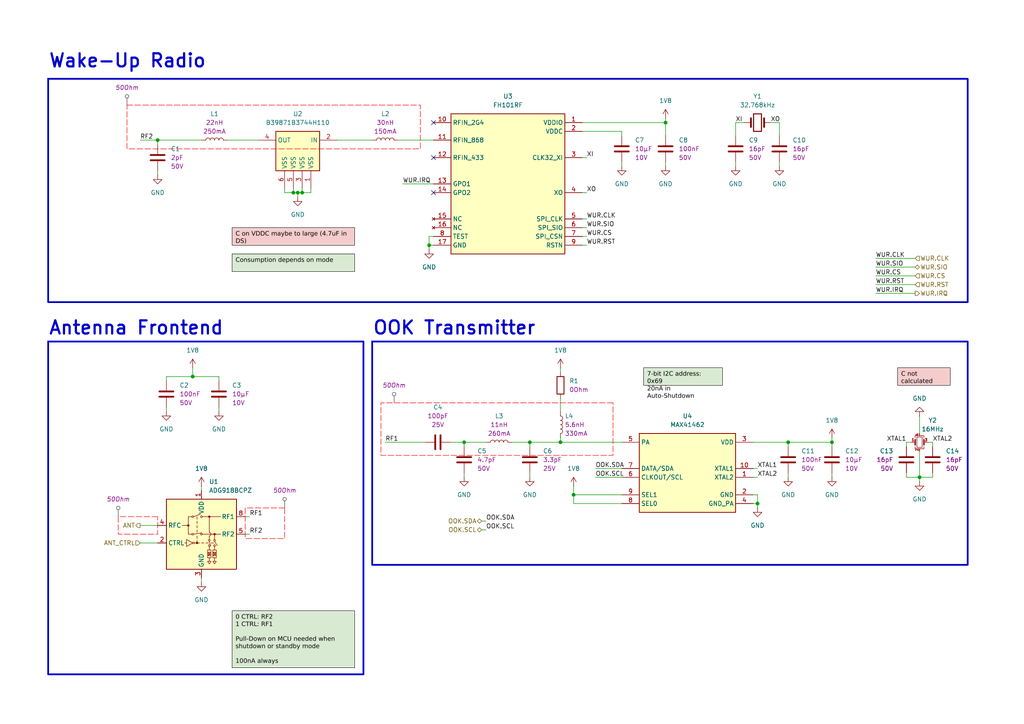
<source format=kicad_sch>
(kicad_sch (version 20250114) (generator "eeschema") (generator_version "9.0")
  (paper "A4")
  (title_block (title "WakeMod") (date "09.05.2025") (rev "v1.1") (company "D-ITET PBL") (comment 1 "Silvano Cortesi"))
  (lib_symbols
    (symbol "#sc:capacitor/GJM0335C1E3R3WB01D" (pin_numbers (hide yes)) (pin_names (offset 0.254))
      (property "Reference" "C" (at 0.635 2.54 0))
      (property "Capacitance" "3.3pF" (at 0 0 0))
      (property "Voltage" "25V" (at 0 0 0))
      (symbol "capacitor/GJM0335C1E3R3WB01D_0_1"
        (polyline (pts (xy -2.032 0.762) (xy 2.032 0.762)) (stroke (width 0.508)))
        (polyline (pts (xy -2.032 -0.762) (xy 2.032 -0.762)) (stroke (width 0.508)))
      )
      (symbol "capacitor/GJM0335C1E3R3WB01D_1_1"
        (pin passive line (at 0 3.81 270) (length 2.794) (name "~") (number "1"))
        (pin passive line (at 0 -3.81 90) (length 2.794) (name "~") (number "2"))
      )
    )
    (symbol "#sc:capacitor/GJM0335C1H2R0WB01D" (pin_numbers (hide yes)) (pin_names (offset 0.254))
      (property "Reference" "C" (at 0.635 2.54 0))
      (property "Capacitance" "2pF" (at 0 0 0))
      (property "Voltage" "50V" (at 0 0 0))
      (symbol "capacitor/GJM0335C1H2R0WB01D_0_1"
        (polyline (pts (xy -2.032 0.762) (xy 2.032 0.762)) (stroke (width 0.508)))
        (polyline (pts (xy -2.032 -0.762) (xy 2.032 -0.762)) (stroke (width 0.508)))
      )
      (symbol "capacitor/GJM0335C1H2R0WB01D_1_1"
        (pin passive line (at 0 3.81 270) (length 2.794) (name "~") (number "1"))
        (pin passive line (at 0 -3.81 90) (length 2.794) (name "~") (number "2"))
      )
    )
    (symbol "#sc:capacitor/GJM0335C1H4R7WB01D" (pin_numbers (hide yes)) (pin_names (offset 0.254))
      (property "Reference" "C" (at 0.635 2.54 0))
      (property "Capacitance" "4.7pF" (at 0 0 0))
      (property "Voltage" "50V" (at 0 0 0))
      (symbol "capacitor/GJM0335C1H4R7WB01D_0_1"
        (polyline (pts (xy -2.032 0.762) (xy 2.032 0.762)) (stroke (width 0.508)))
        (polyline (pts (xy -2.032 -0.762) (xy 2.032 -0.762)) (stroke (width 0.508)))
      )
      (symbol "capacitor/GJM0335C1H4R7WB01D_1_1"
        (pin passive line (at 0 3.81 270) (length 2.794) (name "~") (number "1"))
        (pin passive line (at 0 -3.81 90) (length 2.794) (name "~") (number "2"))
      )
    )
    (symbol "#sc:capacitor/GRM0335C1E101FA01D" (pin_numbers (hide yes)) (pin_names (offset 0.254))
      (property "Reference" "C" (at 0.635 2.54 0))
      (property "Capacitance" "100pF" (at 0 0 0))
      (property "Voltage" "25V" (at 0 0 0))
      (symbol "capacitor/GRM0335C1E101FA01D_0_1"
        (polyline (pts (xy -2.032 0.762) (xy 2.032 0.762)) (stroke (width 0.508)))
        (polyline (pts (xy -2.032 -0.762) (xy 2.032 -0.762)) (stroke (width 0.508)))
      )
      (symbol "capacitor/GRM0335C1E101FA01D_1_1"
        (pin passive line (at 0 3.81 270) (length 2.794) (name "~") (number "1"))
        (pin passive line (at 0 -3.81 90) (length 2.794) (name "~") (number "2"))
      )
    )
    (symbol "#sc:capacitor/GRM1555C1H160JA01D" (pin_numbers (hide yes)) (pin_names (offset 0.254))
      (property "Reference" "C" (at 0.635 2.54 0))
      (property "Capacitance" "16pF" (at 0 0 0))
      (property "Voltage" "50V" (at 0 0 0))
      (symbol "capacitor/GRM1555C1H160JA01D_0_1"
        (polyline (pts (xy -2.032 0.762) (xy 2.032 0.762)) (stroke (width 0.508)))
        (polyline (pts (xy -2.032 -0.762) (xy 2.032 -0.762)) (stroke (width 0.508)))
      )
      (symbol "capacitor/GRM1555C1H160JA01D_1_1"
        (pin passive line (at 0 3.81 270) (length 2.794) (name "~") (number "1"))
        (pin passive line (at 0 -3.81 90) (length 2.794) (name "~") (number "2"))
      )
    )
    (symbol "#sc:capacitor/GRM155R61A106ME11D" (pin_numbers (hide yes)) (pin_names (offset 0.254))
      (property "Reference" "C" (at 0.635 2.54 0))
      (property "Capacitance" "10μF" (at 0 0 0))
      (property "Voltage" "10V" (at 0 0 0))
      (symbol "capacitor/GRM155R61A106ME11D_0_1"
        (polyline (pts (xy -2.032 0.762) (xy 2.032 0.762)) (stroke (width 0.508)))
        (polyline (pts (xy -2.032 -0.762) (xy 2.032 -0.762)) (stroke (width 0.508)))
      )
      (symbol "capacitor/GRM155R61A106ME11D_1_1"
        (pin passive line (at 0 3.81 270) (length 2.794) (name "~") (number "1"))
        (pin passive line (at 0 -3.81 90) (length 2.794) (name "~") (number "2"))
      )
    )
    (symbol "#sc:capacitor/GRM155R71H104KE14J" (pin_numbers (hide yes)) (pin_names (offset 0.254))
      (property "Reference" "C" (at 0.635 2.54 0))
      (property "Capacitance" "100nF" (at 0 0 0))
      (property "Voltage" "50V" (at 0 0 0))
      (symbol "capacitor/GRM155R71H104KE14J_0_1"
        (polyline (pts (xy -2.032 0.762) (xy 2.032 0.762)) (stroke (width 0.508)))
        (polyline (pts (xy -2.032 -0.762) (xy 2.032 -0.762)) (stroke (width 0.508)))
      )
      (symbol "capacitor/GRM155R71H104KE14J_1_1"
        (pin passive line (at 0 3.81 270) (length 2.794) (name "~") (number "1"))
        (pin passive line (at 0 -3.81 90) (length 2.794) (name "~") (number "2"))
      )
    )
    (symbol "#sc:crystal/ECS-.327-12.5-12R" (pin_numbers (hide yes)) (pin_names (offset 1.016) (hide yes))
      (property "Reference" "Y" (at 0 3.81 0))
      (property "Value" "32.768kHz" (at 0 -3.81 0))
      (symbol "crystal/ECS-.327-12.5-12R_0_1"
        (polyline (pts (xy -2.54 0) (xy -1.905 0)))
        (polyline (pts (xy -1.905 -1.27) (xy -1.905 1.27)) (stroke (width 0.508)))
        (rectangle (start -1.143 2.54) (end 1.143 -2.54) (stroke (width 0.3048)))
        (polyline (pts (xy 1.905 -1.27) (xy 1.905 1.27)) (stroke (width 0.508)))
        (polyline (pts (xy 2.54 0) (xy 1.905 0)))
      )
      (symbol "crystal/ECS-.327-12.5-12R_1_1"
        (pin passive line (at -3.81 0 0) (length 1.27) (name "1") (number "1"))
        (pin passive line (at 3.81 0 180) (length 1.27) (name "2") (number "2"))
      )
    )
    (symbol "#sc:crystal/ECS-160-8-36-CKM" (pin_names (offset 1.016) (hide yes))
      (property "Reference" "Y" (at 1.27 4.445 0))
      (property "Value" "16MHz" (at 1.27 2.54 0))
      (symbol "crystal/ECS-160-8-36-CKM_0_1"
        (polyline (pts (xy -1.27 1.27) (xy -1.27 1.905) (xy 1.27 1.905) (xy 1.27 1.27)))
        (polyline (pts (xy -1.27 -0.762) (xy -1.27 0.762)) (stroke (width 0.381)))
        (polyline (pts (xy -1.27 -1.27) (xy -1.27 -1.905) (xy 1.27 -1.905) (xy 1.27 -1.27)))
        (rectangle (start -0.762 -1.524) (end 0.762 1.524))
        (polyline (pts (xy 1.27 -0.762) (xy 1.27 0.762)) (stroke (width 0.381)))
      )
      (symbol "crystal/ECS-160-8-36-CKM_1_1"
        (pin passive line (at -2.54 0 0) (length 1.27) (name "1") (number "1"))
        (pin passive line (at 0 2.54 270) (length 0.635) (name "4") (number "4"))
        (pin passive line (at 0 -2.54 90) (length 0.635) (name "2") (number "2"))
        (pin passive line (at 2.54 0 180) (length 1.27) (name "3") (number "3"))
      )
    )
    (symbol "#sc:ic/ADG918BCPZ"
      (property "Reference" "U" (at -10.16 11.43 0))
      (property "Value" "ADG918BCPZ" (at 1.27 11.43 0))
      (symbol "ic/ADG918BCPZ_0_0"
        (rectangle (start -10.16 10.16) (end 10.16 -10.16) (stroke (width 0.254)) (fill (type background)))
        (polyline (pts (xy -4.318 -1.524) (xy -4.318 -3.556) (xy -2.54 -2.54) (xy -4.318 -1.524)))
        (polyline (pts (xy -4.318 -2.54) (xy -4.826 -2.54)))
        (circle (center -3.81 2.54) (radius 0.254) (fill (type outline)))
        (polyline (pts (xy -3.81 2.54) (xy -5.588 2.54)))
        (polyline (pts (xy -2.794 0) (xy -3.81 0) (xy -3.81 5.08) (xy -2.794 5.08)))
        (circle (center -2.286 -2.54) (radius 0.254))
        (polyline (pts (xy -1.27 5.08) (xy -1.27 4.318)))
        (polyline (pts (xy -1.27 3.81) (xy -1.27 3.048)))
        (polyline (pts (xy -1.27 2.54) (xy -1.27 1.778)))
        (polyline (pts (xy -1.27 1.27) (xy -1.27 0.508)))
        (polyline (pts (xy -1.27 -1.27) (xy -1.27 -0.508)))
        (circle (center -1.27 -2.54) (radius 0.254) (fill (type outline)))
        (polyline (pts (xy -1.27 -2.54) (xy -1.27 -1.778)))
        (polyline (pts (xy -0.508 -2.54) (xy -2.032 -2.54)))
        (polyline (pts (xy 0 -2.54) (xy 0.762 -2.54)))
        (polyline (pts (xy 0.254 5.08) (xy 5.588 5.08)))
        (polyline (pts (xy 0.254 0) (xy 5.588 0)))
        (polyline (pts (xy 2.032 -2.54) (xy 1.27 -2.54)))
        (arc (start 2.286 0.508) (mid 2.792 0) (end 2.286 -0.508))
        (polyline (pts (xy 2.286 0.508) (xy 2.286 5.08)))
        (polyline (pts (xy 3.556 -2.54) (xy 2.794 -2.54)))
        (text "50" (at 2.286 -5.715 900) (effects (font (size 0.635 0.635))))
        (text "50" (at 3.81 -5.715 900) (effects (font (size 0.635 0.635))))
      )
      (symbol "ic/ADG918BCPZ_0_1"
        (circle (center -2.54 5.08) (radius 0.254))
        (circle (center -2.54 0) (radius 0.254))
        (polyline (pts (xy -2.286 5.08) (xy -0.254 5.842)))
        (polyline (pts (xy -2.286 0) (xy 0.127 0.381)))
        (circle (center 0 5.08) (radius 0.254))
        (circle (center 0 0) (radius 0.254))
        (rectangle (start 1.778 -4.572) (end 2.794 -6.858))
        (circle (center 2.286 5.08) (radius 0.254) (fill (type outline)))
        (polyline (pts (xy 2.286 -0.508) (xy 2.286 -1.524)))
        (circle (center 2.286 -1.778) (radius 0.254))
        (polyline (pts (xy 2.286 -2.032) (xy 2.667 -3.429)))
        (circle (center 2.286 -3.302) (radius 0.254))
        (polyline (pts (xy 2.286 -3.556) (xy 2.286 -4.572)))
        (polyline (pts (xy 2.286 -6.858) (xy 2.286 -7.874) (xy 1.778 -7.874) (xy 2.286 -8.636) (xy 2.794 -7.874) (xy 2.286 -7.874)))
        (rectangle (start 3.302 -4.572) (end 4.318 -6.858))
        (polyline (pts (xy 3.81 0) (xy 3.81 -1.524)))
        (circle (center 3.81 0) (radius 0.254) (fill (type outline)))
        (circle (center 3.81 -1.778) (radius 0.254))
        (polyline (pts (xy 3.81 -2.032) (xy 4.572 -3.302)))
        (circle (center 3.81 -3.302) (radius 0.254))
        (polyline (pts (xy 3.81 -3.556) (xy 3.81 -4.572)))
        (polyline (pts (xy 3.81 -6.858) (xy 3.81 -7.874) (xy 3.302 -7.874) (xy 3.81 -8.636) (xy 4.318 -7.874) (xy 3.81 -7.874)))
      )
      (symbol "ic/ADG918BCPZ_1_1"
        (pin passive line (at -12.7 2.54 0) (length 2.54) (name "RFC") (number "4"))
        (pin input line (at -12.7 -2.54 0) (length 2.54) (name "CTRL") (number "2"))
        (pin power_in line (at 0 12.7 270) (length 2.54) (name "VDD") (number "1"))
        (pin power_in line (at 0 -12.7 90) (length 2.54) (name "GND") (number "3"))
        (pin passive line (at 0 -12.7 90) (length 2.54) (hide yes) (name "GND") (number "6"))
        (pin passive line (at 0 -12.7 90) (length 2.54) (hide yes) (name "GND") (number "7"))
        (pin passive line (at 0 -12.7 90) (length 2.54) (hide yes) (name "GND") (number "9"))
        (pin passive line (at 12.7 5.08 180) (length 2.54) (name "RF1") (number "8"))
        (pin passive line (at 12.7 0 180) (length 2.54) (name "RF2") (number "5"))
      )
    )
    (symbol "#sc:ic/B39871B3744H110"
      (property "Reference" "U" (at -6.35 6.858 0))
      (property "Value" "B39871B3744H110" (at -6.35 8.89 0))
      (symbol "ic/B39871B3744H110_1_0"
        (rectangle (start 6.35 6.35) (end -6.35 -5.08) (stroke (width 0.254) (color 152 0 0 1)) (fill (type background)))
        (pin output line (at -11.43 3.81 0) (length 5.08) (name "OUT") (number "4"))
        (pin power_in line (at -3.81 -10.16 90) (length 5.08) (name "VSS") (number "6"))
        (pin power_in line (at -1.27 -10.16 90) (length 5.08) (name "VSS") (number "5"))
        (pin power_in line (at 1.27 -10.16 90) (length 5.08) (name "VSS") (number "3"))
        (pin power_in line (at 3.81 -10.16 90) (length 5.08) (name "VSS") (number "1"))
        (pin input line (at 11.43 3.81 180) (length 5.08) (name "IN") (number "2"))
      )
    )
    (symbol "#sc:ic/FH101RF"
      (property "Reference" "U" (at -16.51 20.828 0))
      (property "Value" "FH101RF" (at -16.51 -22.86 0))
      (symbol "ic/FH101RF_1_0"
        (rectangle (start 16.51 20.32) (end -16.51 -20.32) (stroke (width 0.254) (color 128 0 0 1)) (fill (type background)))
        (pin passive line (at -21.59 17.78 0) (length 5.08) (name "RFIN_2G4") (number "10"))
        (pin passive line (at -21.59 12.7 0) (length 5.08) (name "RFIN_868") (number "11"))
        (pin passive line (at -21.59 7.62 0) (length 5.08) (name "RFIN_433") (number "12"))
        (pin passive line (at -21.59 0 0) (length 5.08) (name "GPO1") (number "13"))
        (pin passive line (at -21.59 -2.54 0) (length 5.08) (name "GPO2") (number "14"))
        (pin no_connect line (at -21.59 -10.16 0) (length 5.08) (name "NC") (number "15"))
        (pin no_connect line (at -21.59 -12.7 0) (length 5.08) (name "NC") (number "16"))
        (pin passive line (at -21.59 -15.24 0) (length 5.08) (name "TEST") (number "8"))
        (pin passive line (at -21.59 -17.78 0) (length 5.08) (name "GND") (number "17"))
        (pin power_in line (at 21.59 17.78 180) (length 5.08) (name "VDDIO") (number "1"))
        (pin power_in line (at 21.59 15.24 180) (length 5.08) (name "VDDC") (number "2"))
        (pin passive line (at 21.59 7.62 180) (length 5.08) (name "CLK32_XI") (number "3"))
        (pin passive line (at 21.59 -2.54 180) (length 5.08) (name "XO") (number "4"))
        (pin input line (at 21.59 -10.16 180) (length 5.08) (name "SPI_CLK") (number "5"))
        (pin bidirectional line (at 21.59 -12.7 180) (length 5.08) (name "SPI_SIO") (number "6"))
        (pin input line (at 21.59 -15.24 180) (length 5.08) (name "SPI_CSN") (number "7"))
        (pin passive line (at 21.59 -17.78 180) (length 5.08) (name "RSTN") (number "9"))
      )
    )
    (symbol "#sc:ic/MAX41462"
      (property "Reference" "U" (at -13.97 11.938 0))
      (property "Value" "MAX41462" (at -13.97 -13.97 0))
      (symbol "ic/MAX41462_1_0"
        (rectangle (start 13.97 11.43) (end -13.97 -11.43) (stroke (width 0.254) (color 152 0 0 1)) (fill (type background)))
        (pin output line (at -19.05 8.89 0) (length 5.08) (name "PA") (number "5"))
        (pin input line (at -19.05 1.27 0) (length 5.08) (name "DATA/SDA") (number "7"))
        (pin output line (at -19.05 -1.27 0) (length 5.08) (name "CLKOUT/SCL") (number "6"))
        (pin input line (at -19.05 -6.35 0) (length 5.08) (name "SEL1") (number "9"))
        (pin input line (at -19.05 -8.89 0) (length 5.08) (name "SEL0") (number "8"))
        (pin power_in line (at 19.05 8.89 180) (length 5.08) (name "VDD") (number "3"))
        (pin input line (at 19.05 1.27 180) (length 5.08) (name "XTAL1") (number "10"))
        (pin input line (at 19.05 -1.27 180) (length 5.08) (name "XTAL2") (number "1"))
        (pin power_in line (at 19.05 -6.35 180) (length 5.08) (name "GND") (number "2"))
        (pin power_in line (at 19.05 -8.89 180) (length 5.08) (name "GND_PA") (number "4"))
      )
    )
    (symbol "#sc:inductor/LQP03HQ22NH02D" (pin_numbers (hide yes)) (pin_names (offset 1.016) (hide yes))
      (property "Reference" "L" (at -1.27 0 90))
      (property "Inductance" "22nH" (at 0 0 0))
      (property "Current" "250mA" (at 0 0 0))
      (symbol "inductor/LQP03HQ22NH02D_0_1"
        (arc (start 0 2.54) (mid 0.6323 1.905) (end 0 1.27))
        (arc (start 0 1.27) (mid 0.6323 0.635) (end 0 0))
        (arc (start 0 0) (mid 0.6323 -0.635) (end 0 -1.27))
        (arc (start 0 -1.27) (mid 0.6323 -1.905) (end 0 -2.54))
      )
      (symbol "inductor/LQP03HQ22NH02D_1_1"
        (pin passive line (at 0 3.81 270) (length 1.27) (name "1") (number "1"))
        (pin passive line (at 0 -3.81 90) (length 1.27) (name "2") (number "2"))
      )
    )
    (symbol "#sc:inductor/LQP03HQ30NH02D" (pin_numbers (hide yes)) (pin_names (offset 1.016) (hide yes))
      (property "Reference" "L" (at -1.27 0 90))
      (property "Inductance" "30nH" (at 0 0 0))
      (property "Current" "150mA" (at 0 0 0))
      (symbol "inductor/LQP03HQ30NH02D_0_1"
        (arc (start 0 2.54) (mid 0.6323 1.905) (end 0 1.27))
        (arc (start 0 1.27) (mid 0.6323 0.635) (end 0 0))
        (arc (start 0 0) (mid 0.6323 -0.635) (end 0 -1.27))
        (arc (start 0 -1.27) (mid 0.6323 -1.905) (end 0 -2.54))
      )
      (symbol "inductor/LQP03HQ30NH02D_1_1"
        (pin passive line (at 0 3.81 270) (length 1.27) (name "1") (number "1"))
        (pin passive line (at 0 -3.81 90) (length 1.27) (name "2") (number "2"))
      )
    )
    (symbol "#sc:inductor/LQW03AW11NJ00D" (pin_numbers (hide yes)) (pin_names (offset 1.016) (hide yes))
      (property "Reference" "L" (at -1.27 0 90))
      (property "Inductance" "11nH" (at 0 0 0))
      (property "Current" "260mA" (at 0 0 0))
      (symbol "inductor/LQW03AW11NJ00D_0_1"
        (arc (start 0 2.54) (mid 0.6323 1.905) (end 0 1.27))
        (arc (start 0 1.27) (mid 0.6323 0.635) (end 0 0))
        (arc (start 0 0) (mid 0.6323 -0.635) (end 0 -1.27))
        (arc (start 0 -1.27) (mid 0.6323 -1.905) (end 0 -2.54))
      )
      (symbol "inductor/LQW03AW11NJ00D_1_1"
        (pin passive line (at 0 3.81 270) (length 1.27) (name "1") (number "1"))
        (pin passive line (at 0 -3.81 90) (length 1.27) (name "2") (number "2"))
      )
    )
    (symbol "#sc:inductor/LQW03AW5N6J00D" (pin_numbers (hide yes)) (pin_names (offset 1.016) (hide yes))
      (property "Reference" "L" (at -1.27 0 90))
      (property "Inductance" "5.6nH" (at 0 0 0))
      (property "Current" "330mA" (at 0 0 0))
      (symbol "inductor/LQW03AW5N6J00D_0_1"
        (arc (start 0 2.54) (mid 0.6323 1.905) (end 0 1.27))
        (arc (start 0 1.27) (mid 0.6323 0.635) (end 0 0))
        (arc (start 0 0) (mid 0.6323 -0.635) (end 0 -1.27))
        (arc (start 0 -1.27) (mid 0.6323 -1.905) (end 0 -2.54))
      )
      (symbol "inductor/LQW03AW5N6J00D_1_1"
        (pin passive line (at 0 3.81 270) (length 1.27) (name "1") (number "1"))
        (pin passive line (at 0 -3.81 90) (length 1.27) (name "2") (number "2"))
      )
    )
    (symbol "#sc:resistor/ERJ-1GN0R00C" (pin_numbers (hide yes)) (pin_names (offset 0))
      (property "Reference" "R" (at 2.032 0 90))
      (property "Resistance" "0Ohm" (at 0 0 0))
      (symbol "resistor/ERJ-1GN0R00C_0_1"
        (rectangle (start -1.016 -2.54) (end 1.016 2.54) (stroke (width 0.254)))
      )
      (symbol "resistor/ERJ-1GN0R00C_1_1"
        (pin passive line (at 0 3.81 270) (length 1.27) (name "~") (number "1"))
        (pin passive line (at 0 -3.81 90) (length 1.27) (name "~") (number "2"))
      )
    )
    (symbol "power:+1V8" (power) (pin_numbers (hide yes)) (pin_names (offset 0) (hide yes))
      (property "Value" "+1V8" (at 0 3.556 0))
      (symbol "+1V8_0_1"
        (polyline (pts (xy -0.762 1.27) (xy 0 2.54)))
        (polyline (pts (xy 0 2.54) (xy 0.762 1.27)))
        (polyline (pts (xy 0 0) (xy 0 2.54)))
      )
      (symbol "+1V8_1_1"
        (pin power_in line (at 0 0 90) (length 0) (name "~") (number "1"))
      )
    )
    (symbol "power:GND" (power) (pin_numbers (hide yes)) (pin_names (offset 0) (hide yes))
      (property "Value" "GND" (at 0 -3.81 0))
      (symbol "GND_0_1"
        (polyline (pts (xy 0 0) (xy 0 -1.27) (xy 1.27 -1.27) (xy 0 -2.54) (xy -1.27 -1.27) (xy 0 -1.27)))
      )
      (symbol "GND_1_1"
        (pin power_in line (at 0 0 270) (length 0) (name "~") (number "1"))
      )
    )
  )
  (rectangle (start 107.95 99.06) (end 280.67 163.83) (stroke (width 0.508)))
  (rectangle (start 13.97 22.86) (end 280.67 87.63) (stroke (width 0.508)))
  (rectangle (start 13.97 99.06) (end 105.41 195.58) (stroke (width 0.508)))
  (text "Wake-Up Radio" (at 13.97 17.78 0) (effects (font (size 3.81 3.81) (thickness 0.635)) (justify left)))
  (text "OOK Transmitter" (at 107.95 95.25 0) (effects (font (size 3.81 3.81) (thickness 0.635)) (justify left)))
  (text "Antenna Frontend" (at 13.97 95.25 0) (effects (font (size 3.81 3.81) (thickness 0.635)) (justify left)))
  (text_box "C on VDDC maybe to large (4.7uF in DS)" (at 67.31 66.04 0) (size 35.56 5.08) (margins 1.016 1.016 1.016 1.016) (stroke (width 0.127) (color 0 0 0 1)) (fill (type color) (color 244 204 204 1)) (effects (font (size 1.27 1.27)) (justify left top)))
  (text_box "Consumption depends on mode" (at 67.31 73.66 0) (size 35.56 5.08) (margins 1.016 1.016 1.016 1.016) (stroke (width 0.127) (color 0 0 0 1)) (fill (type color) (color 217 234 211 1)) (effects (font (size 1.27 1.27)) (justify left top)))
  (text_box "7-bit I2C address: 0x69\n20nA in Auto-Shutdown" (at 186.69 106.68 0) (size 22.86 5.08) (margins 1.016 1.016 1.016 1.016) (stroke (width 0.127) (color 0 0 0 1)) (fill (type color) (color 217 234 211 1)) (effects (font (size 1.27 1.27)) (justify left top)))
  (text_box "0 CTRL: RF2\n1 CTRL: RF1\n\nPull-Down on MCU needed when shutdown or standby mode\n\n100nA always" (at 67.31 177.165 0) (size 35.56 16.51) (margins 1.016 1.016 1.016 1.016) (stroke (width 0.127) (color 0 0 0 1)) (fill (type color) (color 217 234 211 1)) (effects (font (size 1.27 1.27)) (justify left top)))
  (text_box "C not calculated" (at 260.35 106.68 0) (size 15.24 5.08) (margins 1.016 1.016 1.016 1.016) (stroke (width 0.127) (color 0 0 0 1)) (fill (type color) (color 244 204 204 1)) (effects (font (size 1.27 1.27)) (justify left top)))
  (junction (at 124.46 71.12))
  (junction (at 85.09 55.88))
  (junction (at 86.36 55.88))
  (junction (at 266.7 138.43))
  (junction (at 193.04 35.56))
  (junction (at 166.37 143.51))
  (junction (at 45.72 40.64))
  (junction (at 134.62 128.27))
  (junction (at 241.3 128.27))
  (junction (at 87.63 55.88))
  (junction (at 162.56 128.27))
  (junction (at 219.71 146.05))
  (junction (at 153.67 128.27))
  (junction (at 228.6 128.27))
  (junction (at 55.88 109.22))
  (no_connect (at 125.73 35.56))
  (no_connect (at 125.73 45.72))
  (no_connect (at 125.73 55.88))
  (wire (pts (xy 254 77.47) (xy 265.43 77.47)))
  (wire (pts (xy 63.5 110.49) (xy 63.5 109.22)))
  (wire (pts (xy 218.44 146.05) (xy 219.71 146.05)))
  (wire (pts (xy 90.17 55.88) (xy 87.63 55.88)))
  (wire (pts (xy 153.67 128.27) (xy 162.56 128.27)))
  (wire (pts (xy 241.3 127) (xy 241.3 128.27)))
  (wire (pts (xy 85.09 54.61) (xy 85.09 55.88)))
  (wire (pts (xy 86.36 57.15) (xy 86.36 55.88)))
  (wire (pts (xy 40.64 40.64) (xy 45.72 40.64)))
  (wire (pts (xy 172.72 135.89) (xy 180.34 135.89)))
  (wire (pts (xy 168.91 38.1) (xy 180.34 38.1)))
  (wire (pts (xy 82.55 54.61) (xy 82.55 55.88)))
  (wire (pts (xy 86.36 55.88) (xy 85.09 55.88)))
  (wire (pts (xy 45.72 49.53) (xy 45.72 50.8)))
  (wire (pts (xy 125.73 68.58) (xy 124.46 68.58)))
  (wire (pts (xy 262.89 129.54) (xy 262.89 128.27)))
  (wire (pts (xy 270.51 128.27) (xy 270.51 129.54)))
  (wire (pts (xy 228.6 137.16) (xy 228.6 138.43)))
  (wire (pts (xy 45.72 40.64) (xy 45.72 41.91)))
  (wire (pts (xy 180.34 39.37) (xy 180.34 38.1)))
  (wire (pts (xy 218.44 143.51) (xy 219.71 143.51)))
  (wire (pts (xy 48.26 118.11) (xy 48.26 119.38)))
  (wire (pts (xy 125.73 71.12) (xy 124.46 71.12)))
  (wire (pts (xy 115.57 40.64) (xy 125.73 40.64)))
  (wire (pts (xy 219.71 135.89) (xy 218.44 135.89)))
  (wire (pts (xy 213.36 35.56) (xy 215.9 35.56)))
  (wire (pts (xy 90.17 54.61) (xy 90.17 55.88)))
  (wire (pts (xy 254 85.09) (xy 265.43 85.09)))
  (wire (pts (xy 72.39 154.94) (xy 71.12 154.94)))
  (wire (pts (xy 170.18 63.5) (xy 168.91 63.5)))
  (wire (pts (xy 124.46 68.58) (xy 124.46 71.12)))
  (wire (pts (xy 219.71 138.43) (xy 218.44 138.43)))
  (wire (pts (xy 97.79 40.64) (xy 107.95 40.64)))
  (wire (pts (xy 254 82.55) (xy 265.43 82.55)))
  (wire (pts (xy 130.81 128.27) (xy 134.62 128.27)))
  (wire (pts (xy 40.64 157.48) (xy 45.72 157.48)))
  (wire (pts (xy 266.7 138.43) (xy 266.7 139.7)))
  (wire (pts (xy 58.42 40.64) (xy 45.72 40.64)))
  (wire (pts (xy 55.88 109.22) (xy 63.5 109.22)))
  (wire (pts (xy 270.51 138.43) (xy 266.7 138.43)))
  (wire (pts (xy 218.44 128.27) (xy 228.6 128.27)))
  (wire (pts (xy 219.71 147.32) (xy 219.71 146.05)))
  (wire (pts (xy 166.37 146.05) (xy 180.34 146.05)))
  (wire (pts (xy 266.7 120.65) (xy 266.7 125.73)))
  (wire (pts (xy 241.3 137.16) (xy 241.3 138.43)))
  (wire (pts (xy 226.06 46.99) (xy 226.06 48.26)))
  (wire (pts (xy 85.09 55.88) (xy 82.55 55.88)))
  (wire (pts (xy 213.36 35.56) (xy 213.36 39.37)))
  (wire (pts (xy 148.59 128.27) (xy 153.67 128.27)))
  (wire (pts (xy 72.39 149.86) (xy 71.12 149.86)))
  (wire (pts (xy 193.04 46.99) (xy 193.04 48.26)))
  (wire (pts (xy 58.42 167.64) (xy 58.42 168.91)))
  (wire (pts (xy 223.52 35.56) (xy 226.06 35.56)))
  (wire (pts (xy 153.67 128.27) (xy 153.67 129.54)))
  (wire (pts (xy 134.62 137.16) (xy 134.62 138.43)))
  (wire (pts (xy 172.72 138.43) (xy 180.34 138.43)))
  (wire (pts (xy 111.76 128.27) (xy 123.19 128.27)))
  (wire (pts (xy 48.26 109.22) (xy 55.88 109.22)))
  (wire (pts (xy 87.63 54.61) (xy 87.63 55.88)))
  (wire (pts (xy 140.97 153.67) (xy 139.7 153.67)))
  (wire (pts (xy 153.67 137.16) (xy 153.67 138.43)))
  (wire (pts (xy 170.18 68.58) (xy 168.91 68.58)))
  (wire (pts (xy 162.56 115.57) (xy 162.56 119.38)))
  (wire (pts (xy 180.34 46.99) (xy 180.34 48.26)))
  (wire (pts (xy 262.89 128.27) (xy 264.16 128.27)))
  (wire (pts (xy 134.62 128.27) (xy 134.62 129.54)))
  (wire (pts (xy 170.18 55.88) (xy 168.91 55.88)))
  (wire (pts (xy 166.37 143.51) (xy 180.34 143.51)))
  (wire (pts (xy 262.89 137.16) (xy 262.89 138.43)))
  (wire (pts (xy 162.56 106.68) (xy 162.56 107.95)))
  (wire (pts (xy 63.5 118.11) (xy 63.5 119.38)))
  (wire (pts (xy 166.37 143.51) (xy 166.37 140.97)))
  (wire (pts (xy 124.46 71.12) (xy 124.46 72.39)))
  (wire (pts (xy 168.91 35.56) (xy 193.04 35.56)))
  (wire (pts (xy 162.56 128.27) (xy 180.34 128.27)))
  (wire (pts (xy 262.89 138.43) (xy 266.7 138.43)))
  (wire (pts (xy 170.18 66.04) (xy 168.91 66.04)))
  (wire (pts (xy 213.36 46.99) (xy 213.36 48.26)))
  (wire (pts (xy 254 80.01) (xy 265.43 80.01)))
  (wire (pts (xy 40.64 152.4) (xy 45.72 152.4)))
  (wire (pts (xy 134.62 128.27) (xy 140.97 128.27)))
  (wire (pts (xy 193.04 35.56) (xy 193.04 39.37)))
  (wire (pts (xy 241.3 129.54) (xy 241.3 128.27)))
  (wire (pts (xy 170.18 45.72) (xy 168.91 45.72)))
  (wire (pts (xy 58.42 140.97) (xy 58.42 142.24)))
  (wire (pts (xy 170.18 71.12) (xy 168.91 71.12)))
  (wire (pts (xy 166.37 143.51) (xy 166.37 146.05)))
  (wire (pts (xy 140.97 151.13) (xy 139.7 151.13)))
  (wire (pts (xy 48.26 109.22) (xy 48.26 110.49)))
  (wire (pts (xy 241.3 128.27) (xy 228.6 128.27)))
  (wire (pts (xy 116.84 53.34) (xy 125.73 53.34)))
  (wire (pts (xy 269.24 128.27) (xy 270.51 128.27)))
  (wire (pts (xy 87.63 55.88) (xy 86.36 55.88)))
  (wire (pts (xy 193.04 34.29) (xy 193.04 35.56)))
  (wire (pts (xy 228.6 128.27) (xy 228.6 129.54)))
  (wire (pts (xy 219.71 143.51) (xy 219.71 146.05)))
  (wire (pts (xy 162.56 127) (xy 162.56 128.27)))
  (wire (pts (xy 270.51 137.16) (xy 270.51 138.43)))
  (wire (pts (xy 266.7 130.81) (xy 266.7 138.43)))
  (wire (pts (xy 66.04 40.64) (xy 74.93 40.64)))
  (wire (pts (xy 226.06 35.56) (xy 226.06 39.37)))
  (wire (pts (xy 55.88 106.68) (xy 55.88 109.22)))
  (wire (pts (xy 254 74.93) (xy 265.43 74.93)))
  (label "WUR.RST" (at 170.18 71.12 0))
  (label "WUR.SIO" (at 254 77.47 0))
  (label "OOK.SCL" (at 140.97 153.67 0))
  (label "RF2" (at 72.39 154.94 0))
  (label "OOK.SDA" (at 172.72 135.89 0))
  (label "WUR.CLK" (at 254 74.93 0))
  (label "RF1" (at 111.76 128.27 0))
  (label "XTAL1" (at 262.89 128.27 180))
  (label "RF1" (at 72.39 149.86 0))
  (label "WUR.CS" (at 254 80.01 0))
  (label "WUR.IRQ" (at 116.84 53.34 0))
  (label "XTAL1" (at 219.71 135.89 0))
  (label "WUR.CS" (at 170.18 68.58 0))
  (label "XO" (at 223.52 35.56 0))
  (label "OOK.SCL" (at 172.72 138.43 0))
  (label "XO" (at 170.18 55.88 0))
  (label "XI" (at 213.36 35.56 0))
  (label "RF2" (at 40.64 40.64 0))
  (label "WUR.IRQ" (at 254 85.09 0))
  (label "OOK.SDA" (at 140.97 151.13 0))
  (label "WUR.CLK" (at 170.18 63.5 0))
  (label "XI" (at 170.18 45.72 0))
  (label "WUR.SIO" (at 170.18 66.04 0))
  (label "XTAL2" (at 219.71 138.43 0))
  (label "XTAL2" (at 270.51 128.27 0))
  (label "WUR.RST" (at 254 82.55 0))
  (hierarchical_label "WUR.SIO" (shape bidirectional) (at 265.43 77.47 0))
  (hierarchical_label "WUR.IRQ" (shape output) (at 265.43 85.09 0))
  (hierarchical_label "WUR.CLK" (shape input) (at 265.43 74.93 0))
  (hierarchical_label "ANT_CTRL" (shape input) (at 40.64 157.48 180))
  (hierarchical_label "OOK.SDA" (shape bidirectional) (at 139.7 151.13 180))
  (hierarchical_label "ANT" (shape output) (at 40.64 152.4 180))
  (hierarchical_label "WUR.RST" (shape input) (at 265.43 82.55 0))
  (hierarchical_label "OOK.SCL" (shape bidirectional) (at 139.7 153.67 180))
  (hierarchical_label "WUR.CS" (shape input) (at 265.43 80.01 0))
  (rule_area (polyline (pts (xy 177.8 116.84) (xy 110.49 116.84) (xy 110.49 132.08) (xy 177.8 132.08)) (stroke (width 0) (type dash))))
  (rule_area (polyline (pts (xy 82.55 147.32) (xy 71.12 147.32) (xy 71.12 156.21) (xy 82.55 156.21)) (stroke (width 0) (type dash))))
  (rule_area (polyline (pts (xy 45.72 149.86) (xy 34.29 149.86) (xy 34.29 154.94) (xy 45.72 154.94)) (stroke (width 0) (type dash))))
  (rule_area (polyline (pts (xy 36.83 30.48) (xy 121.92 30.48) (xy 121.92 43.18) (xy 36.83 43.18)) (stroke (width 0) (type dash))))
  (netclass_flag "" (length 2.54) (shape round) (at 114.3 116.84 0) (property "Netclass" "50Ohm" (at 114.3 111.76 0) (effects (font (italic yes)))))
  (netclass_flag "" (length 2.54) (shape round) (at 36.83 30.48 0) (property "Netclass" "50Ohm" (at 36.83 25.4 0) (effects (font (italic yes)))))
  (netclass_flag "" (length 2.54) (shape round) (at 82.55 147.32 0) (property "Netclass" "50Ohm" (at 82.55 142.24 0) (effects (font (italic yes)))))
  (netclass_flag "" (length 2.54) (shape round) (at 34.29 149.86 0) (property "Netclass" "50Ohm" (at 34.29 144.78 0) (effects (font (italic yes)))))
  (symbol (lib_id "power:GND") (at 86.36 57.15 0) (unit 1)
    (property "Reference" "#PWR07" (effects (hide yes)))
    (property "Value" "GND" (at 86.36 62.23 0))
    (property "Description" "Power symbol creates a global label with name \"GND\" , ground" (effects (hide yes)))
  )
  (symbol (lib_id "#sc:capacitor/GRM1555C1H160JA01D") (at 226.06 43.18 0) (unit 1)
    (property "Reference" "C10" (at 229.87 40.6399 0) (effects (justify left)))
    (property "Value" "16pF" (effects (hide yes)))
    (property "Footprint" "Capacitor_SMD:C_0402_1005Metric" (effects (hide yes)))
    (property "Datasheet" "https://search.murata.co.jp/Ceramy/image/img/A01X/G101/ENG/GRM1555C1H160JA01-01A.pdf" (effects (hide yes)))
    (property "Description" "16pF, 5%, 50V, C0G/NP0, 0402" (effects (hide yes)))
    (property "Manufacturer" "Murata" (effects (hide yes)))
    (property "MPN" "GRM1555C1H160JA01D" (effects (hide yes)))
    (property "Capacitance" "16pF" (at 229.87 43.1799 0) (effects (justify left)))
    (property "Voltage" "50V" (at 229.87 45.7199 0) (effects (justify left)))
    (property "Material" "C0G/NP0" (effects (hide yes)))
    (property "Tolerance" "5%" (effects (hide yes)))
  )
  (symbol (lib_id "#sc:capacitor/GRM155R61A106ME11D") (at 241.3 133.35 0) (unit 1)
    (property "Reference" "C12" (at 245.11 130.8099 0) (effects (justify left)))
    (property "Value" "10μF" (effects (hide yes)))
    (property "Footprint" "Capacitor_SMD:C_0402_1005Metric" (effects (hide yes)))
    (property "Datasheet" "https://search.murata.co.jp/Ceramy/image/img/A01X/G101/ENG/GRM155R61A106ME11-01A.pdf" (effects (hide yes)))
    (property "Description" "10uF, 20%, 10V, X5R, 0402" (effects (hide yes)))
    (property "Manufacturer" "Murata" (effects (hide yes)))
    (property "MPN" "GRM155R61A106ME11D" (effects (hide yes)))
    (property "Capacitance" "10μF" (at 245.11 133.3499 0) (effects (justify left)))
    (property "Voltage" "10V" (at 245.11 135.8899 0) (effects (justify left)))
    (property "Material" "X5R" (effects (hide yes)))
    (property "Tolerance" "20%" (effects (hide yes)))
  )
  (symbol (lib_id "#sc:inductor/LQW03AW5N6J00D") (at 162.56 123.19 0) (unit 1)
    (property "Reference" "L4" (at 163.83 120.6499 0) (effects (justify left)))
    (property "Value" "5.6nH" (effects (hide yes)))
    (property "Footprint" "Inductor_SMD:L_0201_0603Metric" (effects (hide yes)))
    (property "Datasheet" "https://search.murata.co.jp/Ceramy/image/img/P02/JELF243A-0109.pdf" (effects (hide yes)))
    (property "Description" "5.6nH, 5%, 330mA, 0201" (effects (hide yes)))
    (property "Manufacturer" "Murata" (effects (hide yes)))
    (property "MPN" "LQW03AW5N6J00D" (effects (hide yes)))
    (property "Inductance" "5.6nH" (at 163.83 123.1899 0) (effects (justify left)))
    (property "Tolerance" "5%" (effects (hide yes)))
    (property "Current" "330mA" (at 163.83 125.7299 0) (effects (justify left)))
  )
  (symbol (lib_id "#sc:inductor/LQP03HQ22NH02D") (at 62.23 40.64 90) (unit 1)
    (property "Reference" "L1" (at 62.23 33.02 90))
    (property "Value" "22nH" (effects (hide yes)))
    (property "Footprint" "Inductor_SMD:L_0201_0603Metric" (effects (hide yes)))
    (property "Datasheet" "https://search.murata.co.jp/Ceramy/image/img/P02/JELF243C-0021.pdf" (effects (hide yes)))
    (property "Description" "22nH, 3%, 250mA, 0201" (effects (hide yes)))
    (property "Manufacturer" "Murata" (effects (hide yes)))
    (property "MPN" "LQP03HQ22NH02D" (effects (hide yes)))
    (property "Inductance" "22nH" (at 62.23 35.56 90))
    (property "Tolerance" "3%" (effects (hide yes)))
    (property "Current" "250mA" (at 62.23 38.1 90))
  )
  (symbol (lib_id "power:GND") (at 193.04 48.26 0) (unit 1)
    (property "Reference" "#PWR016" (effects (hide yes)))
    (property "Value" "GND" (at 193.04 53.34 0))
    (property "Description" "Power symbol creates a global label with name \"GND\" , ground" (effects (hide yes)))
  )
  (symbol (lib_id "#sc:ic/B39871B3744H110") (at 86.36 44.45 0) (unit 1)
    (property "Reference" "U2" (at 86.36 33.02 0))
    (property "Value" "B39871B3744H110" (at 86.36 35.56 0))
    (property "Footprint" "sc-ic:QUALCOMM_B3744" (effects (hide yes)))
    (property "Datasheet" "https://mm.digikey.com/Volume0/opasdata/d220001/medias/docus/501/B39871B3744H110.pdf" (effects (hide yes)))
    (property "Description" "SAW Filter 868.30MHz" (effects (hide yes)))
    (property "Manufacturer" "Qualcomm" (effects (hide yes)))
    (property "MPN" "B39871B3744H110" (effects (hide yes)))
  )
  (symbol (lib_id "power:GND") (at 266.7 120.65 180) (unit 1)
    (property "Reference" "#PWR023" (effects (hide yes)))
    (property "Value" "GND" (at 266.7 115.57 0))
    (property "Description" "Power symbol creates a global label with name \"GND\" , ground" (effects (hide yes)))
  )
  (symbol (lib_id "power:GND") (at 180.34 48.26 0) (unit 1)
    (property "Reference" "#PWR014" (effects (hide yes)))
    (property "Value" "GND" (at 180.34 53.34 0))
    (property "Description" "Power symbol creates a global label with name \"GND\" , ground" (effects (hide yes)))
  )
  (symbol (lib_id "#sc:inductor/LQW03AW11NJ00D") (at 144.78 128.27 90) (unit 1)
    (property "Reference" "L3" (at 144.78 120.65 90))
    (property "Value" "11nH" (effects (hide yes)))
    (property "Footprint" "Inductor_SMD:L_0201_0603Metric" (effects (hide yes)))
    (property "Datasheet" "https://search.murata.co.jp/Ceramy/image/img/P02/JELF243A-0109.pdf" (effects (hide yes)))
    (property "Description" "11nH, 5%, 260mA, 0201" (effects (hide yes)))
    (property "Manufacturer" "Murata" (effects (hide yes)))
    (property "MPN" "LQW03AW11NJ00D" (effects (hide yes)))
    (property "Inductance" "11nH" (at 144.78 123.19 90))
    (property "Tolerance" "5%" (effects (hide yes)))
    (property "Current" "260mA" (at 144.78 125.73 90))
  )
  (symbol (lib_id "power:+1V8") (at 162.56 106.68 0) (unit 1)
    (property "Reference" "#PWR011" (effects (hide yes)))
    (property "Value" "1V8" (at 162.56 101.6 0))
    (property "Description" "Power symbol creates a global label with name \"+1V8\"" (effects (hide yes)))
  )
  (symbol (lib_id "power:GND") (at 45.72 50.8 0) (unit 1)
    (property "Reference" "#PWR01" (effects (hide yes)))
    (property "Value" "GND" (at 45.72 55.88 0))
    (property "Description" "Power symbol creates a global label with name \"GND\" , ground" (effects (hide yes)))
  )
  (symbol (lib_id "#sc:ic/ADG918BCPZ") (at 58.42 154.94 0) (unit 1)
    (property "Reference" "U1" (at 60.6141 139.7 0) (effects (justify left)))
    (property "Value" "ADG918BCPZ" (at 60.6141 142.24 0) (effects (justify left)))
    (property "Footprint" "Package_CSP:LFCSP-8-1EP_3x3mm_P0.5mm_EP1.45x1.74mm" (effects (hide yes)))
    (property "Datasheet" "https://www.analog.com/media/en/technical-documentation/data-sheets/ADG918_919.pdf" (effects (hide yes)))
    (property "Description" "Wideband, 43 dB Isolation at 1 GHz, CMOS 1.65 V to 2.75 V, 2:1 Mux/SPDT Switch" (effects (hide yes)))
    (property "Manufacturer" "Analog Devices" (effects (hide yes)))
    (property "MPN" "ADG918BCPZ" (effects (hide yes)))
  )
  (symbol (lib_id "power:GND") (at 241.3 138.43 0) (unit 1)
    (property "Reference" "#PWR022" (effects (hide yes)))
    (property "Value" "GND" (at 241.3 143.51 0))
    (property "Description" "Power symbol creates a global label with name \"GND\" , ground" (effects (hide yes)))
  )
  (symbol (lib_id "power:GND") (at 219.71 147.32 0) (unit 1)
    (property "Reference" "#PWR018" (effects (hide yes)))
    (property "Value" "GND" (at 219.71 152.4 0))
    (property "Description" "Power symbol creates a global label with name \"GND\" , ground" (effects (hide yes)))
  )
  (symbol (lib_id "#sc:ic/MAX41462") (at 199.39 137.16 0) (unit 1)
    (property "Reference" "U4" (at 199.39 120.65 0))
    (property "Value" "MAX41462" (at 199.39 123.19 0))
    (property "Footprint" "sc-ic:MAXIM_MINI-SO-10" (effects (hide yes)))
    (property "Datasheet" "https://www.analog.com/media/en/technical-documentation/data-sheets/MAX41461-MAX41462.pdf" (effects (hide yes)))
    (property "Description" "300MHz–960MHz ASK, OOK and FSK Transmitter" (effects (hide yes)))
    (property "Manufacturer" "Analog Devices" (effects (hide yes)))
    (property "MPN" "MAX41462" (effects (hide yes)))
  )
  (symbol (lib_id "#sc:capacitor/GRM1555C1H160JA01D") (at 270.51 133.35 0) (unit 1)
    (property "Reference" "C14" (at 274.32 130.8099 0) (effects (justify left)))
    (property "Value" "16pF" (effects (hide yes)))
    (property "Footprint" "Capacitor_SMD:C_0402_1005Metric" (effects (hide yes)))
    (property "Datasheet" "https://search.murata.co.jp/Ceramy/image/img/A01X/G101/ENG/GRM1555C1H160JA01-01A.pdf" (effects (hide yes)))
    (property "Description" "16pF, 5%, 50V, C0G/NP0, 0402" (effects (hide yes)))
    (property "Manufacturer" "Murata" (effects (hide yes)))
    (property "MPN" "GRM1555C1H160JA01D" (effects (hide yes)))
    (property "Capacitance" "16pF" (at 274.32 133.3499 0) (effects (justify left)))
    (property "Voltage" "50V" (at 274.32 135.8899 0) (effects (justify left)))
    (property "Material" "C0G/NP0" (effects (hide yes)))
    (property "Tolerance" "5%" (effects (hide yes)))
  )
  (symbol (lib_id "#sc:capacitor/GRM0335C1E101FA01D") (at 127 128.27 90) (unit 1)
    (property "Reference" "C4" (at 127 118.11 90))
    (property "Value" "100pF" (effects (hide yes)))
    (property "Footprint" "Capacitor_SMD:C_0201_0603Metric" (effects (hide yes)))
    (property "Datasheet" "https://search.murata.co.jp/Ceramy/image/img/A01X/G101/ENG/GRM0335C1E101FA01-01A.pdf" (effects (hide yes)))
    (property "Description" "100pF, 1%, 25V, C0G/NP0, 0201" (effects (hide yes)))
    (property "Manufacturer" "Murata" (effects (hide yes)))
    (property "MPN" "GRM0335C1E101FA01D" (effects (hide yes)))
    (property "Capacitance" "100pF" (at 127 120.65 90))
    (property "Voltage" "25V" (at 127 123.19 90))
    (property "Material" "C0G/NP0" (effects (hide yes)))
    (property "Tolerance" "1%" (effects (hide yes)))
  )
  (symbol (lib_id "#sc:capacitor/GJM0335C1H4R7WB01D") (at 134.62 133.35 0) (unit 1)
    (property "Reference" "C5" (at 138.43 130.8099 0) (effects (justify left)))
    (property "Value" "4.7pF" (effects (hide yes)))
    (property "Footprint" "Capacitor_SMD:C_0201_0603Metric" (effects (hide yes)))
    (property "Datasheet" "https://search.murata.co.jp/Ceramy/image/img/A01X/G101/ENG/GJM0335C1H4R7WB01-01A.pdf" (effects (hide yes)))
    (property "Description" "4.7pF, 0.05pF, 50V, C0G/NP0, 0201" (effects (hide yes)))
    (property "Manufacturer" "Murata" (effects (hide yes)))
    (property "MPN" "GJM0335C1H4R7WB01D" (effects (hide yes)))
    (property "Capacitance" "4.7pF" (at 138.43 133.3499 0) (effects (justify left)))
    (property "Voltage" "50V" (at 138.43 135.8899 0) (effects (justify left)))
    (property "Material" "C0G/NP0" (effects (hide yes)))
    (property "Tolerance" "0.05pF" (effects (hide yes)))
  )
  (symbol (lib_id "power:GND") (at 48.26 119.38 0) (unit 1)
    (property "Reference" "#PWR02" (effects (hide yes)))
    (property "Value" "GND" (at 48.26 124.46 0))
    (property "Description" "Power symbol creates a global label with name \"GND\" , ground" (effects (hide yes)))
  )
  (symbol (lib_id "power:+1V8") (at 55.88 106.68 0) (unit 1)
    (property "Reference" "#PWR03" (effects (hide yes)))
    (property "Value" "1V8" (at 55.88 101.6 0))
    (property "Description" "Power symbol creates a global label with name \"+1V8\"" (effects (hide yes)))
  )
  (symbol (lib_id "#sc:crystal/ECS-160-8-36-CKM") (at 266.7 128.27 0) (unit 1)
    (property "Reference" "Y2" (at 270.51 121.92 0))
    (property "Value" "16MHz" (at 270.51 124.46 0))
    (property "Footprint" "Oscillator:Oscillator_SMD_SeikoEpson_SG210-4Pin_2.5x2.0mm" (effects (hide yes)))
    (property "Datasheet" "https://ecsxtal.com/store/pdf/ECX-2236.pdf" (effects (hide yes)))
    (property "Description" "16MHz, 8pF, 10ppm" (effects (hide yes)))
    (property "Manufacturer" "ECS" (effects (hide yes)))
    (property "MPN" "ECS-160-8-36-CKM" (effects (hide yes)))
    (property "Frequency" "16MHz" (effects (hide yes)))
    (property "Stability" "10ppm" (effects (hide yes)))
    (property "Load" "8pF" (effects (hide yes)))
  )
  (symbol (lib_id "power:GND") (at 124.46 72.39 0) (unit 1)
    (property "Reference" "#PWR08" (effects (hide yes)))
    (property "Value" "GND" (at 124.46 77.47 0))
    (property "Description" "Power symbol creates a global label with name \"GND\" , ground" (effects (hide yes)))
  )
  (symbol (lib_id "#sc:capacitor/GJM0335C1E3R3WB01D") (at 153.67 133.35 0) (unit 1)
    (property "Reference" "C6" (at 157.48 130.8099 0) (effects (justify left)))
    (property "Value" "3.3pF" (effects (hide yes)))
    (property "Footprint" "Capacitor_SMD:C_0201_0603Metric" (effects (hide yes)))
    (property "Datasheet" "https://search.murata.co.jp/Ceramy/image/img/A01X/G101/ENG/GJM0335C1E3R3WB01-01A.pdf" (effects (hide yes)))
    (property "Description" "3.3pF, 0.05pF, 25V, C0G/NP0, 0201" (effects (hide yes)))
    (property "Manufacturer" "Murata" (effects (hide yes)))
    (property "MPN" "GJM0335C1E3R3WB01D" (effects (hide yes)))
    (property "Capacitance" "3.3pF" (at 157.48 133.3499 0) (effects (justify left)))
    (property "Voltage" "25V" (at 157.48 135.8899 0) (effects (justify left)))
    (property "Material" "C0G/NP0" (effects (hide yes)))
    (property "Tolerance" "0.05pF" (effects (hide yes)))
  )
  (symbol (lib_id "power:GND") (at 63.5 119.38 0) (unit 1)
    (property "Reference" "#PWR06" (effects (hide yes)))
    (property "Value" "GND" (at 63.5 124.46 0))
    (property "Description" "Power symbol creates a global label with name \"GND\" , ground" (effects (hide yes)))
  )
  (symbol (lib_id "#sc:capacitor/GRM155R71H104KE14J") (at 193.04 43.18 0) (unit 1)
    (property "Reference" "C8" (at 196.85 40.6399 0) (effects (justify left)))
    (property "Value" "100nF" (effects (hide yes)))
    (property "Footprint" "Capacitor_SMD:C_0402_1005Metric" (effects (hide yes)))
    (property "Datasheet" "https://search.murata.co.jp/Ceramy/image/img/A01X/G101/ENG/GRM155R71H104KE14-01A.pdf" (effects (hide yes)))
    (property "Description" "100nF, 10%, 50V, X7R, 0402" (effects (hide yes)))
    (property "Manufacturer" "Murata" (effects (hide yes)))
    (property "MPN" "GRM155R71H104KE14J" (effects (hide yes)))
    (property "Capacitance" "100nF" (at 196.85 43.1799 0) (effects (justify left)))
    (property "Voltage" "50V" (at 196.85 45.7199 0) (effects (justify left)))
    (property "Material" "X7R" (effects (hide yes)))
    (property "Tolerance" "10%" (effects (hide yes)))
  )
  (symbol (lib_id "power:+1V8") (at 241.3 127 0) (unit 1)
    (property "Reference" "#PWR021" (effects (hide yes)))
    (property "Value" "1V8" (at 241.3 121.92 0))
    (property "Description" "Power symbol creates a global label with name \"+1V8\"" (effects (hide yes)))
  )
  (symbol (lib_id "power:+1V8") (at 193.04 34.29 0) (unit 1)
    (property "Reference" "#PWR015" (effects (hide yes)))
    (property "Value" "1V8" (at 193.04 29.21 0))
    (property "Description" "Power symbol creates a global label with name \"+1V8\"" (effects (hide yes)))
  )
  (symbol (lib_id "#sc:capacitor/GRM155R71H104KE14J") (at 228.6 133.35 0) (unit 1)
    (property "Reference" "C11" (at 232.41 130.8099 0) (effects (justify left)))
    (property "Value" "100nF" (effects (hide yes)))
    (property "Footprint" "Capacitor_SMD:C_0402_1005Metric" (effects (hide yes)))
    (property "Datasheet" "https://search.murata.co.jp/Ceramy/image/img/A01X/G101/ENG/GRM155R71H104KE14-01A.pdf" (effects (hide yes)))
    (property "Description" "100nF, 10%, 50V, X7R, 0402" (effects (hide yes)))
    (property "Manufacturer" "Murata" (effects (hide yes)))
    (property "MPN" "GRM155R71H104KE14J" (effects (hide yes)))
    (property "Capacitance" "100nF" (at 232.41 133.3499 0) (effects (justify left)))
    (property "Voltage" "50V" (at 232.41 135.8899 0) (effects (justify left)))
    (property "Material" "X7R" (effects (hide yes)))
    (property "Tolerance" "10%" (effects (hide yes)))
  )
  (symbol (lib_id "#sc:capacitor/GRM155R71H104KE14J") (at 48.26 114.3 180) (unit 1)
    (property "Reference" "C2" (at 52.07 111.7599 0) (effects (justify right)))
    (property "Value" "100nF" (effects (hide yes)))
    (property "Footprint" "Capacitor_SMD:C_0402_1005Metric" (effects (hide yes)))
    (property "Datasheet" "https://search.murata.co.jp/Ceramy/image/img/A01X/G101/ENG/GRM155R71H104KE14-01A.pdf" (effects (hide yes)))
    (property "Description" "100nF, 10%, 50V, X7R, 0402" (effects (hide yes)))
    (property "Manufacturer" "Murata" (effects (hide yes)))
    (property "MPN" "GRM155R71H104KE14J" (effects (hide yes)))
    (property "Capacitance" "100nF" (at 52.07 114.2999 0) (effects (justify right)))
    (property "Voltage" "50V" (at 52.07 116.8399 0) (effects (justify right)))
    (property "Material" "X7R" (effects (hide yes)))
    (property "Tolerance" "10%" (effects (hide yes)))
  )
  (symbol (lib_id "power:GND") (at 134.62 138.43 0) (unit 1)
    (property "Reference" "#PWR09" (effects (hide yes)))
    (property "Value" "GND" (at 134.62 143.51 0))
    (property "Description" "Power symbol creates a global label with name \"GND\" , ground" (effects (hide yes)))
  )
  (symbol (lib_id "power:GND") (at 153.67 138.43 0) (unit 1)
    (property "Reference" "#PWR010" (effects (hide yes)))
    (property "Value" "GND" (at 153.67 143.51 0))
    (property "Description" "Power symbol creates a global label with name \"GND\" , ground" (effects (hide yes)))
  )
  (symbol (lib_id "#sc:capacitor/GRM155R61A106ME11D") (at 63.5 114.3 0) (unit 1)
    (property "Reference" "C3" (at 67.31 111.7599 0) (effects (justify left)))
    (property "Value" "10μF" (effects (hide yes)))
    (property "Footprint" "Capacitor_SMD:C_0402_1005Metric" (effects (hide yes)))
    (property "Datasheet" "https://search.murata.co.jp/Ceramy/image/img/A01X/G101/ENG/GRM155R61A106ME11-01A.pdf" (effects (hide yes)))
    (property "Description" "10uF, 20%, 10V, X5R, 0402" (effects (hide yes)))
    (property "Manufacturer" "Murata" (effects (hide yes)))
    (property "MPN" "GRM155R61A106ME11D" (effects (hide yes)))
    (property "Capacitance" "10μF" (at 67.31 114.2999 0) (effects (justify left)))
    (property "Voltage" "10V" (at 67.31 116.8399 0) (effects (justify left)))
    (property "Material" "X5R" (effects (hide yes)))
    (property "Tolerance" "20%" (effects (hide yes)))
  )
  (symbol (lib_id "#sc:ic/FH101RF") (at 147.32 53.34 0) (unit 1)
    (property "Reference" "U3" (at 147.32 27.94 0))
    (property "Value" "FH101RF" (at 147.32 30.48 0))
    (property "Footprint" "sc-ic:RFICIENT_QFN-16" (effects (hide yes)))
    (property "Datasheet" "https://cdn.shopify.com/s/files/1/0315/0879/1435/files/FH101RF_LZE_Datasheet_Revision_1p3b_A_1.pdf" (effects (hide yes)))
    (property "Description" "FH101RF tri-band Wake-Up Radio (433MHz, 868/915MHz, 2.4GHz)" (effects (hide yes)))
    (property "Manufacturer" "RFicient" (effects (hide yes)))
    (property "MPN" "FH101RF" (effects (hide yes)))
  )
  (symbol (lib_id "power:GND") (at 266.7 139.7 0) (unit 1)
    (property "Reference" "#PWR024" (effects (hide yes)))
    (property "Value" "GND" (at 266.7 144.78 0))
    (property "Description" "Power symbol creates a global label with name \"GND\" , ground" (effects (hide yes)))
  )
  (symbol (lib_id "power:+1V8") (at 166.37 140.97 0) (unit 1)
    (property "Reference" "#PWR012" (effects (hide yes)))
    (property "Value" "1V8" (at 166.37 135.89 0))
    (property "Description" "Power symbol creates a global label with name \"+1V8\"" (effects (hide yes)))
  )
  (symbol (lib_id "#sc:capacitor/GJM0335C1H2R0WB01D") (at 45.72 45.72 0) (unit 1)
    (property "Reference" "C1" (at 49.53 43.1799 0) (effects (justify left)))
    (property "Value" "2pF" (effects (hide yes)))
    (property "Footprint" "Capacitor_SMD:C_0201_0603Metric" (effects (hide yes)))
    (property "Datasheet" "https://search.murata.co.jp/Ceramy/image/img/A01X/G101/ENG/GJM0335C1H2R0WB01-01A.pdf" (effects (hide yes)))
    (property "Description" "2pF, 0.05pF, 50V, C0G/NP0, 0201" (effects (hide yes)))
    (property "Manufacturer" "Murata" (effects (hide yes)))
    (property "MPN" "GJM0335C1H2R0WB01D" (effects (hide yes)))
    (property "Capacitance" "2pF" (at 49.53 45.7199 0) (effects (justify left)))
    (property "Voltage" "50V" (at 49.53 48.2599 0) (effects (justify left)))
    (property "Material" "C0G/NP0" (effects (hide yes)))
    (property "Tolerance" "0.05pF" (effects (hide yes)))
  )
  (symbol (lib_id "#sc:capacitor/GRM1555C1H160JA01D") (at 262.89 133.35 0) (mirror y) (unit 1)
    (property "Reference" "C13" (at 259.08 130.8099 0) (effects (justify left)))
    (property "Value" "16pF" (effects (hide yes)))
    (property "Footprint" "Capacitor_SMD:C_0402_1005Metric" (effects (hide yes)))
    (property "Datasheet" "https://search.murata.co.jp/Ceramy/image/img/A01X/G101/ENG/GRM1555C1H160JA01-01A.pdf" (effects (hide yes)))
    (property "Description" "16pF, 5%, 50V, C0G/NP0, 0402" (effects (hide yes)))
    (property "Manufacturer" "Murata" (effects (hide yes)))
    (property "MPN" "GRM1555C1H160JA01D" (effects (hide yes)))
    (property "Capacitance" "16pF" (at 259.08 133.3499 0) (effects (justify left)))
    (property "Voltage" "50V" (at 259.08 135.8899 0) (effects (justify left)))
    (property "Material" "C0G/NP0" (effects (hide yes)))
    (property "Tolerance" "5%" (effects (hide yes)))
  )
  (symbol (lib_id "power:GND") (at 58.42 168.91 0) (unit 1)
    (property "Reference" "#PWR05" (effects (hide yes)))
    (property "Value" "GND" (at 58.42 173.99 0))
    (property "Description" "Power symbol creates a global label with name \"GND\" , ground" (effects (hide yes)))
  )
  (symbol (lib_id "power:+1V8") (at 58.42 140.97 0) (unit 1)
    (property "Reference" "#PWR04" (effects (hide yes)))
    (property "Value" "1V8" (at 58.42 135.89 0))
    (property "Description" "Power symbol creates a global label with name \"+1V8\"" (effects (hide yes)))
  )
  (symbol (lib_id "#sc:inductor/LQP03HQ30NH02D") (at 111.76 40.64 90) (unit 1)
    (property "Reference" "L2" (at 111.76 33.02 90))
    (property "Value" "30nH" (effects (hide yes)))
    (property "Footprint" "Inductor_SMD:L_0201_0603Metric" (effects (hide yes)))
    (property "Datasheet" "https://search.murata.co.jp/Ceramy/image/img/P02/JELF243C-0021.pdf" (effects (hide yes)))
    (property "Description" "30nH, 3%, 150mA, 0201" (effects (hide yes)))
    (property "Manufacturer" "Murata" (effects (hide yes)))
    (property "MPN" "LQP03HQ30NH02D" (effects (hide yes)))
    (property "Inductance" "30nH" (at 111.76 35.56 90))
    (property "Tolerance" "3%" (effects (hide yes)))
    (property "Current" "150mA" (at 111.76 38.1 90))
  )
  (symbol (lib_id "power:GND") (at 228.6 138.43 0) (unit 1)
    (property "Reference" "#PWR020" (effects (hide yes)))
    (property "Value" "GND" (at 228.6 143.51 0))
    (property "Description" "Power symbol creates a global label with name \"GND\" , ground" (effects (hide yes)))
  )
  (symbol (lib_id "power:GND") (at 226.06 48.26 0) (unit 1)
    (property "Reference" "#PWR019" (effects (hide yes)))
    (property "Value" "GND" (at 226.06 53.34 0))
    (property "Description" "Power symbol creates a global label with name \"GND\" , ground" (effects (hide yes)))
  )
  (symbol (lib_id "#sc:resistor/ERJ-1GN0R00C") (at 162.56 111.76 0) (unit 1)
    (property "Reference" "R1" (at 165.1 110.4899 0) (effects (justify left)))
    (property "Value" "0Ohm" (effects (hide yes)))
    (property "Footprint" "Resistor_SMD:R_0201_0603Metric" (effects (hide yes)))
    (property "Datasheet" "https://industrial.panasonic.com/cdbs/www-data/pdf/RDA0000/AOA0000C301.pdf" (effects (hide yes)))
    (property "Description" "0Ohm, 0201" (effects (hide yes)))
    (property "Manufacturer" "Panasonic" (effects (hide yes)))
    (property "MPN" "ERJ-1GN0R00C" (effects (hide yes)))
    (property "Resistance" "0Ohm" (at 165.1 113.0299 0) (effects (justify left)))
    (property "Power" "1/20W" (effects (hide yes)))
    (property "Tolerance" "1.00%" (effects (hide yes)))
  )
  (symbol (lib_id "#sc:capacitor/GRM1555C1H160JA01D") (at 213.36 43.18 0) (unit 1)
    (property "Reference" "C9" (at 217.17 40.6399 0) (effects (justify left)))
    (property "Value" "16pF" (effects (hide yes)))
    (property "Footprint" "Capacitor_SMD:C_0402_1005Metric" (effects (hide yes)))
    (property "Datasheet" "https://search.murata.co.jp/Ceramy/image/img/A01X/G101/ENG/GRM1555C1H160JA01-01A.pdf" (effects (hide yes)))
    (property "Description" "16pF, 5%, 50V, C0G/NP0, 0402" (effects (hide yes)))
    (property "Manufacturer" "Murata" (effects (hide yes)))
    (property "MPN" "GRM1555C1H160JA01D" (effects (hide yes)))
    (property "Capacitance" "16pF" (at 217.17 43.1799 0) (effects (justify left)))
    (property "Voltage" "50V" (at 217.17 45.7199 0) (effects (justify left)))
    (property "Material" "C0G/NP0" (effects (hide yes)))
    (property "Tolerance" "5%" (effects (hide yes)))
  )
  (symbol (lib_id "power:GND") (at 213.36 48.26 0) (unit 1)
    (property "Reference" "#PWR017" (effects (hide yes)))
    (property "Value" "GND" (at 213.36 53.34 0))
    (property "Description" "Power symbol creates a global label with name \"GND\" , ground" (effects (hide yes)))
  )
  (symbol (lib_id "#sc:crystal/ECS-.327-12.5-12R") (at 219.71 35.56 0) (unit 1)
    (property "Reference" "Y1" (at 219.71 27.94 0))
    (property "Value" "32.768kHz" (at 219.71 30.48 0))
    (property "Footprint" "sc-crystal:ECS_ECX-12R" (effects (hide yes)))
    (property "Datasheet" "https://www.ecsxtal.com/store/pdf/ECX-12R.pdf" (effects (hide yes)))
    (property "Description" "32.768kHz, 12.5pF, 20ppm" (effects (hide yes)))
    (property "Manufacturer" "ECS" (effects (hide yes)))
    (property "MPN" "ECS-.327-12.5-12R" (effects (hide yes)))
    (property "Frequency" "32.768kHz" (effects (hide yes)))
    (property "Stability" "20ppm" (effects (hide yes)))
    (property "Load" "12.5pF" (effects (hide yes)))
  )
  (symbol (lib_id "#sc:capacitor/GRM155R61A106ME11D") (at 180.34 43.18 0) (unit 1)
    (property "Reference" "C7" (at 184.15 40.6399 0) (effects (justify left)))
    (property "Value" "10μF" (effects (hide yes)))
    (property "Footprint" "Capacitor_SMD:C_0402_1005Metric" (effects (hide yes)))
    (property "Datasheet" "https://search.murata.co.jp/Ceramy/image/img/A01X/G101/ENG/GRM155R61A106ME11-01A.pdf" (effects (hide yes)))
    (property "Description" "10uF, 20%, 10V, X5R, 0402" (effects (hide yes)))
    (property "Manufacturer" "Murata" (effects (hide yes)))
    (property "MPN" "GRM155R61A106ME11D" (effects (hide yes)))
    (property "Capacitance" "10μF" (at 184.15 43.1799 0) (effects (justify left)))
    (property "Voltage" "10V" (at 184.15 45.7199 0) (effects (justify left)))
    (property "Material" "X5R" (effects (hide yes)))
    (property "Tolerance" "20%" (effects (hide yes)))
  )
)
</source>
